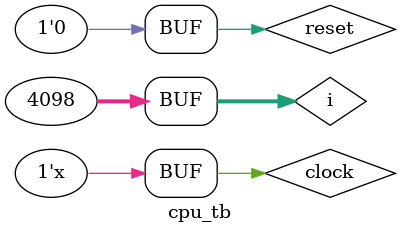
<source format=sv>

`include "constants.h"    // Header file with opcodes
`timescale 1ns/1ps


module cpu_tb;
integer   i;
reg       clock, reset;    // Clock and reset signals

// Instantiate CPU here with name cpu0
cpu cpu0(clock, reset);

// Initialization and signal generation



  // Initialize the module 
initial begin
	
   //cpu0.pcout=1'b0;
   clock = 1'b0;       
   reset = 1'b1;  // Apply reset for a few cycles
   #(4*5/*`clock_period*/) reset = (~(reset));

   
// ~~~~~~~~~~~~~~~~~~~~~~~~~~~~~~~~

// Generate clock and reset signal here



  // Initialize Register File with initial values. 
  // cpu0 is the name of the cpu instance
  // cpu_regs is the name of the register file instance in the CPU verilog file 
  // data[] is the register file array 
//initial 
//    begin  


	// Initilization of Instruction Memory
//cpu0.b.data[0] = 32'h012A4020; //add

//cpu0.b.data[4] = 32'h012A4023; //sub R/6,R5,R4
//cpu0.b.data[8] = 32'h2128000C;

      for (i = 0; i <= 33; i = i+1)
        cpu0.e.regfile[i] = 0;   // Note that R0 = 0 in MIPS 

       for (i = 0; i<= 4096; i = i+2)
	cpu0.b.data[i]=32'h012A4020;  
	cpu0.b.data[i+1]=32'h012A4023; 

      

 // Initialize Data Memory. You have to develop "program.hex" as a text file 
  // which containsthe instruction opcodes as 32-bit hexadecimal values.
  //$readmemh("filenew.hex", cpu0.b.data);

  // Edw, to "program.hex" einai ena arxeio pou prepei na brisketai sto 
  // directory pou trexete th Verilog kai na einai ths morfhs:
  
  // @0    00000000
  // @4    20100009
  // @8    00000000
  // @C    00000000
  // ...
  
  // H aristerh sthlh, meta to @, exei th dieythynsh ths mnhmhs (hex),
  // kai h deksia sthlh ta dedomena sth dieythynsh ayth (pali hex).
  // Sto paradeigma pio panw, oi lekseis stis dieythynseis 0, 8 kai 12
  // einai 0, kai sth dieythynsh 4 exei thn timh 32'h20100009. An o PC
  // diabasei thn dieythynsh 4, h timh ekei exei thn entolh
  //   addi $16 <- $0 + 9

  // To deytero orisma ths $readmemh einai pou akribws brisketai h mnhmh
  // pou tha arxikopoihthei. Sto paradeigma, to "dat0" einai to onoma pou
  // dwsame sto instance tou datapath. To "mem" einai to onoma pou exei
  // to instance ths mnhmhs MESA sto datapath, kai to "data" einai to 
  // onoma pou exei to pragmatiko array ths mhnhs mesa sto module ths.
  // An exete dwsei diaforetika onomata, allakste thn $readmemh.

  // Enallaktika, an sas boleyei perissotero, yparxei h entolh $readmemb
  // me thn akribws idia syntaksh. H aristerh sthlh tou arxeiou exei
  // thn idia morfh (dieythynseis se hex), alla h deksia sthlh exei
  // ta dedomena sto dyadiko. Etsi h add mporouse na einai:

  // @4    00100000000100000000000000001001

  // ... h kai akoma kalytera:
  
  // @4    001000_00000_10000_0000000000001001

  // (h Verilog epitrepei diaxwristika underscores).


  // Termatismos ekteleshs:
  // $finish;

end  // initial 

always 
   #(/*`clock_period*/ 5 / 2) clock = ~clock;  
   

endmodule
</source>
